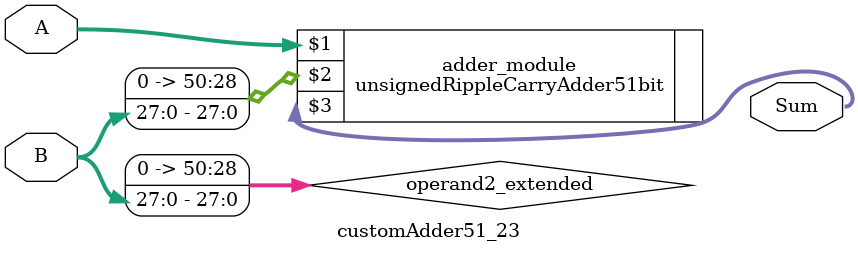
<source format=v>
module customAdder51_23(
                        input [50 : 0] A,
                        input [27 : 0] B,
                        
                        output [51 : 0] Sum
                );

        wire [50 : 0] operand2_extended;
        
        assign operand2_extended =  {23'b0, B};
        
        unsignedRippleCarryAdder51bit adder_module(
            A,
            operand2_extended,
            Sum
        );
        
        endmodule
        
</source>
